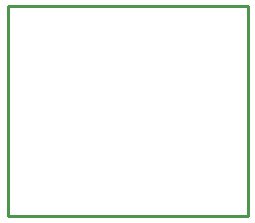
<source format=gko>
G04 Layer: BoardOutlineLayer*
G04 EasyEDA v6.5.22, 2023-01-09 16:32:10*
G04 a5f1863f92214070b907f627d0471349,a9f00e695b414744abbaf3eb758947ea,10*
G04 Gerber Generator version 0.2*
G04 Scale: 100 percent, Rotated: No, Reflected: No *
G04 Dimensions in millimeters *
G04 leading zeros omitted , absolute positions ,4 integer and 5 decimal *
%FSLAX45Y45*%
%MOMM*%

%ADD10C,0.2540*%
D10*
X381000Y5715000D02*
G01*
X2413000Y5715000D01*
X2413000Y3937000D01*
X381000Y3937000D01*
X381000Y5715000D01*

%LPD*%
M02*

</source>
